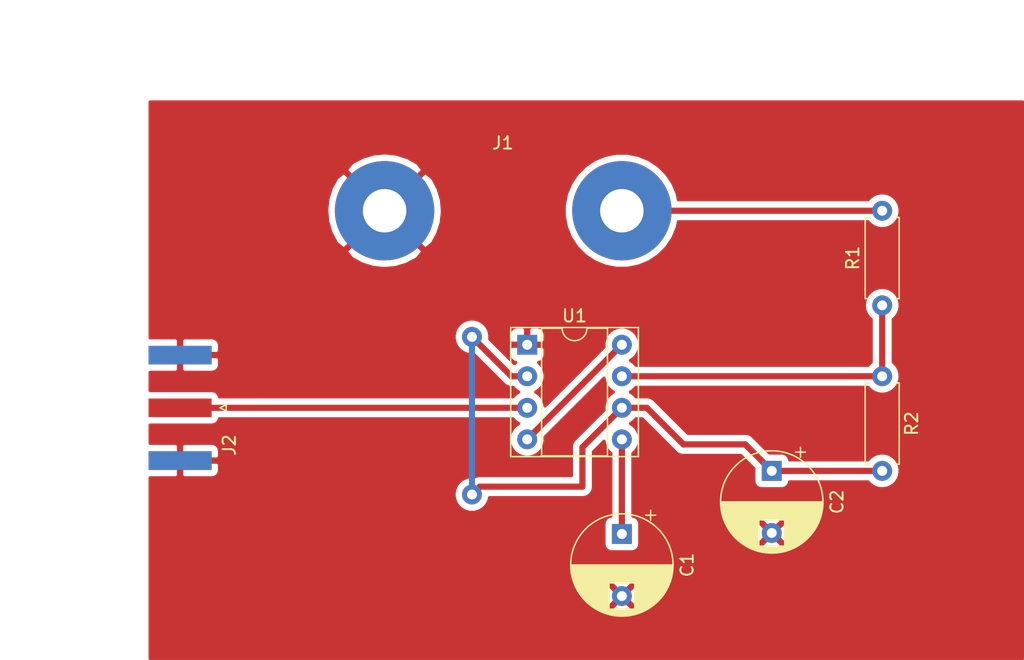
<source format=kicad_pcb>
(kicad_pcb (version 20171130) (host pcbnew 5.1.6-c6e7f7d~87~ubuntu18.04.1)

  (general
    (thickness 1.6)
    (drawings 0)
    (tracks 20)
    (zones 0)
    (modules 7)
    (nets 7)
  )

  (page A4)
  (layers
    (0 F.Cu signal)
    (31 B.Cu signal)
    (32 B.Adhes user hide)
    (33 F.Adhes user hide)
    (34 B.Paste user hide)
    (35 F.Paste user hide)
    (36 B.SilkS user hide)
    (37 F.SilkS user hide)
    (38 B.Mask user hide)
    (39 F.Mask user hide)
    (40 Dwgs.User user hide)
    (41 Cmts.User user hide)
    (42 Eco1.User user hide)
    (43 Eco2.User user hide)
    (44 Edge.Cuts user hide)
    (45 Margin user hide)
    (46 B.CrtYd user)
    (47 F.CrtYd user)
    (48 B.Fab user)
    (49 F.Fab user)
  )

  (setup
    (last_trace_width 0.5)
    (user_trace_width 0.3)
    (user_trace_width 0.5)
    (trace_clearance 0.2)
    (zone_clearance 0.508)
    (zone_45_only no)
    (trace_min 0.2)
    (via_size 0.8)
    (via_drill 0.4)
    (via_min_size 0.4)
    (via_min_drill 0.3)
    (uvia_size 0.3)
    (uvia_drill 0.1)
    (uvias_allowed no)
    (uvia_min_size 0.2)
    (uvia_min_drill 0.1)
    (edge_width 0.1)
    (segment_width 0.2)
    (pcb_text_width 0.3)
    (pcb_text_size 1.5 1.5)
    (mod_edge_width 0.15)
    (mod_text_size 1 1)
    (mod_text_width 0.15)
    (pad_size 1.524 1.524)
    (pad_drill 0.762)
    (pad_to_mask_clearance 0)
    (aux_axis_origin 0 0)
    (grid_origin 12.7 12.7)
    (visible_elements FFFFFF7F)
    (pcbplotparams
      (layerselection 0x00000_7fffffff)
      (usegerberextensions false)
      (usegerberattributes true)
      (usegerberadvancedattributes true)
      (creategerberjobfile true)
      (excludeedgelayer true)
      (linewidth 0.100000)
      (plotframeref false)
      (viasonmask false)
      (mode 1)
      (useauxorigin false)
      (hpglpennumber 1)
      (hpglpenspeed 20)
      (hpglpendiameter 15.000000)
      (psnegative false)
      (psa4output false)
      (plotreference true)
      (plotvalue true)
      (plotinvisibletext false)
      (padsonsilk false)
      (subtractmaskfromsilk false)
      (outputformat 1)
      (mirror false)
      (drillshape 0)
      (scaleselection 1)
      (outputdirectory ""))
  )

  (net 0 "")
  (net 1 GND)
  (net 2 "Net-(C1-Pad1)")
  (net 3 "Net-(C2-Pad1)")
  (net 4 +10V)
  (net 5 "Net-(J2-Pad1)")
  (net 6 "Net-(R1-Pad1)")

  (net_class Default "This is the default net class."
    (clearance 0.2)
    (trace_width 0.25)
    (via_dia 0.8)
    (via_drill 0.4)
    (uvia_dia 0.3)
    (uvia_drill 0.1)
    (add_net +10V)
    (add_net GND)
    (add_net "Net-(C1-Pad1)")
    (add_net "Net-(C2-Pad1)")
    (add_net "Net-(J2-Pad1)")
    (add_net "Net-(R1-Pad1)")
  )

  (module Package_DIP:DIP-8_W7.62mm_Socket (layer F.Cu) (tedit 5A02E8C5) (tstamp 600E47DA)
    (at 43.18 32.385)
    (descr "8-lead though-hole mounted DIP package, row spacing 7.62 mm (300 mils), Socket")
    (tags "THT DIP DIL PDIP 2.54mm 7.62mm 300mil Socket")
    (path /60039AF5)
    (fp_text reference U1 (at 3.81 -2.33) (layer F.SilkS)
      (effects (font (size 1 1) (thickness 0.15)))
    )
    (fp_text value NE555P (at 3.81 9.95) (layer F.Fab)
      (effects (font (size 1 1) (thickness 0.15)))
    )
    (fp_line (start 1.635 -1.27) (end 6.985 -1.27) (layer F.Fab) (width 0.1))
    (fp_line (start 6.985 -1.27) (end 6.985 8.89) (layer F.Fab) (width 0.1))
    (fp_line (start 6.985 8.89) (end 0.635 8.89) (layer F.Fab) (width 0.1))
    (fp_line (start 0.635 8.89) (end 0.635 -0.27) (layer F.Fab) (width 0.1))
    (fp_line (start 0.635 -0.27) (end 1.635 -1.27) (layer F.Fab) (width 0.1))
    (fp_line (start -1.27 -1.33) (end -1.27 8.95) (layer F.Fab) (width 0.1))
    (fp_line (start -1.27 8.95) (end 8.89 8.95) (layer F.Fab) (width 0.1))
    (fp_line (start 8.89 8.95) (end 8.89 -1.33) (layer F.Fab) (width 0.1))
    (fp_line (start 8.89 -1.33) (end -1.27 -1.33) (layer F.Fab) (width 0.1))
    (fp_line (start 2.81 -1.33) (end 1.16 -1.33) (layer F.SilkS) (width 0.12))
    (fp_line (start 1.16 -1.33) (end 1.16 8.95) (layer F.SilkS) (width 0.12))
    (fp_line (start 1.16 8.95) (end 6.46 8.95) (layer F.SilkS) (width 0.12))
    (fp_line (start 6.46 8.95) (end 6.46 -1.33) (layer F.SilkS) (width 0.12))
    (fp_line (start 6.46 -1.33) (end 4.81 -1.33) (layer F.SilkS) (width 0.12))
    (fp_line (start -1.33 -1.39) (end -1.33 9.01) (layer F.SilkS) (width 0.12))
    (fp_line (start -1.33 9.01) (end 8.95 9.01) (layer F.SilkS) (width 0.12))
    (fp_line (start 8.95 9.01) (end 8.95 -1.39) (layer F.SilkS) (width 0.12))
    (fp_line (start 8.95 -1.39) (end -1.33 -1.39) (layer F.SilkS) (width 0.12))
    (fp_line (start -1.55 -1.6) (end -1.55 9.2) (layer F.CrtYd) (width 0.05))
    (fp_line (start -1.55 9.2) (end 9.15 9.2) (layer F.CrtYd) (width 0.05))
    (fp_line (start 9.15 9.2) (end 9.15 -1.6) (layer F.CrtYd) (width 0.05))
    (fp_line (start 9.15 -1.6) (end -1.55 -1.6) (layer F.CrtYd) (width 0.05))
    (fp_text user %R (at 3.81 3.81) (layer F.Fab)
      (effects (font (size 1 1) (thickness 0.15)))
    )
    (fp_arc (start 3.81 -1.33) (end 2.81 -1.33) (angle -180) (layer F.SilkS) (width 0.12))
    (pad 8 thru_hole oval (at 7.62 0) (size 1.6 1.6) (drill 0.8) (layers *.Cu *.Mask)
      (net 4 +10V))
    (pad 4 thru_hole oval (at 0 7.62) (size 1.6 1.6) (drill 0.8) (layers *.Cu *.Mask)
      (net 4 +10V))
    (pad 7 thru_hole oval (at 7.62 2.54) (size 1.6 1.6) (drill 0.8) (layers *.Cu *.Mask)
      (net 6 "Net-(R1-Pad1)"))
    (pad 3 thru_hole oval (at 0 5.08) (size 1.6 1.6) (drill 0.8) (layers *.Cu *.Mask)
      (net 5 "Net-(J2-Pad1)"))
    (pad 6 thru_hole oval (at 7.62 5.08) (size 1.6 1.6) (drill 0.8) (layers *.Cu *.Mask)
      (net 3 "Net-(C2-Pad1)"))
    (pad 2 thru_hole oval (at 0 2.54) (size 1.6 1.6) (drill 0.8) (layers *.Cu *.Mask)
      (net 3 "Net-(C2-Pad1)"))
    (pad 5 thru_hole oval (at 7.62 7.62) (size 1.6 1.6) (drill 0.8) (layers *.Cu *.Mask)
      (net 2 "Net-(C1-Pad1)"))
    (pad 1 thru_hole rect (at 0 0) (size 1.6 1.6) (drill 0.8) (layers *.Cu *.Mask)
      (net 1 GND))
    (model ${KISYS3DMOD}/Package_DIP.3dshapes/DIP-8_W7.62mm_Socket.wrl
      (at (xyz 0 0 0))
      (scale (xyz 1 1 1))
      (rotate (xyz 0 0 0))
    )
  )

  (module Resistor_THT:R_Axial_DIN0207_L6.3mm_D2.5mm_P7.62mm_Horizontal (layer F.Cu) (tedit 5AE5139B) (tstamp 600E47B6)
    (at 71.755 34.925 270)
    (descr "Resistor, Axial_DIN0207 series, Axial, Horizontal, pin pitch=7.62mm, 0.25W = 1/4W, length*diameter=6.3*2.5mm^2, http://cdn-reichelt.de/documents/datenblatt/B400/1_4W%23YAG.pdf")
    (tags "Resistor Axial_DIN0207 series Axial Horizontal pin pitch 7.62mm 0.25W = 1/4W length 6.3mm diameter 2.5mm")
    (path /60053E1A)
    (fp_text reference R2 (at 3.81 -2.37 90) (layer F.SilkS)
      (effects (font (size 1 1) (thickness 0.15)))
    )
    (fp_text value 1k (at 3.81 2.37 90) (layer F.Fab)
      (effects (font (size 1 1) (thickness 0.15)))
    )
    (fp_line (start 0.66 -1.25) (end 0.66 1.25) (layer F.Fab) (width 0.1))
    (fp_line (start 0.66 1.25) (end 6.96 1.25) (layer F.Fab) (width 0.1))
    (fp_line (start 6.96 1.25) (end 6.96 -1.25) (layer F.Fab) (width 0.1))
    (fp_line (start 6.96 -1.25) (end 0.66 -1.25) (layer F.Fab) (width 0.1))
    (fp_line (start 0 0) (end 0.66 0) (layer F.Fab) (width 0.1))
    (fp_line (start 7.62 0) (end 6.96 0) (layer F.Fab) (width 0.1))
    (fp_line (start 0.54 -1.04) (end 0.54 -1.37) (layer F.SilkS) (width 0.12))
    (fp_line (start 0.54 -1.37) (end 7.08 -1.37) (layer F.SilkS) (width 0.12))
    (fp_line (start 7.08 -1.37) (end 7.08 -1.04) (layer F.SilkS) (width 0.12))
    (fp_line (start 0.54 1.04) (end 0.54 1.37) (layer F.SilkS) (width 0.12))
    (fp_line (start 0.54 1.37) (end 7.08 1.37) (layer F.SilkS) (width 0.12))
    (fp_line (start 7.08 1.37) (end 7.08 1.04) (layer F.SilkS) (width 0.12))
    (fp_line (start -1.05 -1.5) (end -1.05 1.5) (layer F.CrtYd) (width 0.05))
    (fp_line (start -1.05 1.5) (end 8.67 1.5) (layer F.CrtYd) (width 0.05))
    (fp_line (start 8.67 1.5) (end 8.67 -1.5) (layer F.CrtYd) (width 0.05))
    (fp_line (start 8.67 -1.5) (end -1.05 -1.5) (layer F.CrtYd) (width 0.05))
    (fp_text user %R (at 3.81 0) (layer F.Fab)
      (effects (font (size 1 1) (thickness 0.15)))
    )
    (pad 2 thru_hole oval (at 7.62 0 270) (size 1.6 1.6) (drill 0.8) (layers *.Cu *.Mask)
      (net 3 "Net-(C2-Pad1)"))
    (pad 1 thru_hole circle (at 0 0 270) (size 1.6 1.6) (drill 0.8) (layers *.Cu *.Mask)
      (net 6 "Net-(R1-Pad1)"))
    (model ${KISYS3DMOD}/Resistor_THT.3dshapes/R_Axial_DIN0207_L6.3mm_D2.5mm_P7.62mm_Horizontal.wrl
      (at (xyz 0 0 0))
      (scale (xyz 1 1 1))
      (rotate (xyz 0 0 0))
    )
  )

  (module Resistor_THT:R_Axial_DIN0207_L6.3mm_D2.5mm_P7.62mm_Horizontal (layer F.Cu) (tedit 5AE5139B) (tstamp 600E479F)
    (at 71.755 29.21 90)
    (descr "Resistor, Axial_DIN0207 series, Axial, Horizontal, pin pitch=7.62mm, 0.25W = 1/4W, length*diameter=6.3*2.5mm^2, http://cdn-reichelt.de/documents/datenblatt/B400/1_4W%23YAG.pdf")
    (tags "Resistor Axial_DIN0207 series Axial Horizontal pin pitch 7.62mm 0.25W = 1/4W length 6.3mm diameter 2.5mm")
    (path /6004BC21)
    (fp_text reference R1 (at 3.81 -2.37 90) (layer F.SilkS)
      (effects (font (size 1 1) (thickness 0.15)))
    )
    (fp_text value 10k (at 3.81 2.37 90) (layer F.Fab)
      (effects (font (size 1 1) (thickness 0.15)))
    )
    (fp_line (start 0.66 -1.25) (end 0.66 1.25) (layer F.Fab) (width 0.1))
    (fp_line (start 0.66 1.25) (end 6.96 1.25) (layer F.Fab) (width 0.1))
    (fp_line (start 6.96 1.25) (end 6.96 -1.25) (layer F.Fab) (width 0.1))
    (fp_line (start 6.96 -1.25) (end 0.66 -1.25) (layer F.Fab) (width 0.1))
    (fp_line (start 0 0) (end 0.66 0) (layer F.Fab) (width 0.1))
    (fp_line (start 7.62 0) (end 6.96 0) (layer F.Fab) (width 0.1))
    (fp_line (start 0.54 -1.04) (end 0.54 -1.37) (layer F.SilkS) (width 0.12))
    (fp_line (start 0.54 -1.37) (end 7.08 -1.37) (layer F.SilkS) (width 0.12))
    (fp_line (start 7.08 -1.37) (end 7.08 -1.04) (layer F.SilkS) (width 0.12))
    (fp_line (start 0.54 1.04) (end 0.54 1.37) (layer F.SilkS) (width 0.12))
    (fp_line (start 0.54 1.37) (end 7.08 1.37) (layer F.SilkS) (width 0.12))
    (fp_line (start 7.08 1.37) (end 7.08 1.04) (layer F.SilkS) (width 0.12))
    (fp_line (start -1.05 -1.5) (end -1.05 1.5) (layer F.CrtYd) (width 0.05))
    (fp_line (start -1.05 1.5) (end 8.67 1.5) (layer F.CrtYd) (width 0.05))
    (fp_line (start 8.67 1.5) (end 8.67 -1.5) (layer F.CrtYd) (width 0.05))
    (fp_line (start 8.67 -1.5) (end -1.05 -1.5) (layer F.CrtYd) (width 0.05))
    (fp_text user %R (at 23.495 1.27 90) (layer F.Fab)
      (effects (font (size 1 1) (thickness 0.15)))
    )
    (pad 2 thru_hole oval (at 7.62 0 90) (size 1.6 1.6) (drill 0.8) (layers *.Cu *.Mask)
      (net 4 +10V))
    (pad 1 thru_hole circle (at 0 0 90) (size 1.6 1.6) (drill 0.8) (layers *.Cu *.Mask)
      (net 6 "Net-(R1-Pad1)"))
    (model ${KISYS3DMOD}/Resistor_THT.3dshapes/R_Axial_DIN0207_L6.3mm_D2.5mm_P7.62mm_Horizontal.wrl
      (at (xyz 0 0 0))
      (scale (xyz 1 1 1))
      (rotate (xyz 0 0 0))
    )
  )

  (module Connector_Coaxial:SMA_Amphenol_132289_EdgeMount (layer F.Cu) (tedit 5A1C1810) (tstamp 600E4788)
    (at 15.24 37.465 180)
    (descr http://www.amphenolrf.com/132289.html)
    (tags SMA)
    (path /6003CFAA)
    (attr smd)
    (fp_text reference J2 (at -3.96 -3 90) (layer F.SilkS)
      (effects (font (size 1 1) (thickness 0.15)))
    )
    (fp_text value Conn_Coaxial (at 5 6) (layer F.Fab)
      (effects (font (size 1 1) (thickness 0.15)))
    )
    (fp_line (start -3.71 0.25) (end -3.21 0) (layer F.SilkS) (width 0.12))
    (fp_line (start -3.71 -0.25) (end -3.71 0.25) (layer F.SilkS) (width 0.12))
    (fp_line (start -3.21 0) (end -3.71 -0.25) (layer F.SilkS) (width 0.12))
    (fp_line (start 3.54 0) (end 2.54 0.75) (layer F.Fab) (width 0.1))
    (fp_line (start 2.54 -0.75) (end 3.54 0) (layer F.Fab) (width 0.1))
    (fp_line (start 14.47 -5.58) (end -3.04 -5.58) (layer F.CrtYd) (width 0.05))
    (fp_line (start 14.47 -5.58) (end 14.47 5.58) (layer F.CrtYd) (width 0.05))
    (fp_line (start 14.47 5.58) (end -3.04 5.58) (layer F.CrtYd) (width 0.05))
    (fp_line (start -3.04 5.58) (end -3.04 -5.58) (layer F.CrtYd) (width 0.05))
    (fp_line (start 14.47 -5.58) (end -3.04 -5.58) (layer B.CrtYd) (width 0.05))
    (fp_line (start 14.47 -5.58) (end 14.47 5.58) (layer B.CrtYd) (width 0.05))
    (fp_line (start 14.47 5.58) (end -3.04 5.58) (layer B.CrtYd) (width 0.05))
    (fp_line (start -3.04 5.58) (end -3.04 -5.58) (layer B.CrtYd) (width 0.05))
    (fp_line (start 4.445 -3.81) (end 13.97 -3.81) (layer F.Fab) (width 0.1))
    (fp_line (start 13.97 -3.81) (end 13.97 3.81) (layer F.Fab) (width 0.1))
    (fp_line (start 13.97 3.81) (end 4.445 3.81) (layer F.Fab) (width 0.1))
    (fp_line (start 4.445 5.08) (end 4.445 3.81) (layer F.Fab) (width 0.1))
    (fp_line (start 4.445 -3.81) (end 4.445 -5.08) (layer F.Fab) (width 0.1))
    (fp_line (start -1.91 -5.08) (end 4.445 -5.08) (layer F.Fab) (width 0.1))
    (fp_line (start -1.91 -5.08) (end -1.91 -3.81) (layer F.Fab) (width 0.1))
    (fp_line (start -1.91 -3.81) (end 2.54 -3.81) (layer F.Fab) (width 0.1))
    (fp_line (start 2.54 -3.81) (end 2.54 3.81) (layer F.Fab) (width 0.1))
    (fp_line (start 2.54 3.81) (end -1.91 3.81) (layer F.Fab) (width 0.1))
    (fp_line (start -1.91 3.81) (end -1.91 5.08) (layer F.Fab) (width 0.1))
    (fp_line (start -1.91 5.08) (end 4.445 5.08) (layer F.Fab) (width 0.1))
    (fp_text user %R (at 4.79 0 270) (layer F.Fab)
      (effects (font (size 1 1) (thickness 0.15)))
    )
    (pad 1 smd rect (at 0 0 270) (size 1.5 5.08) (layers F.Cu F.Paste F.Mask)
      (net 5 "Net-(J2-Pad1)"))
    (pad 2 smd rect (at 0 -4.25 270) (size 1.5 5.08) (layers F.Cu F.Paste F.Mask)
      (net 1 GND))
    (pad 2 smd rect (at 0 4.25 270) (size 1.5 5.08) (layers F.Cu F.Paste F.Mask)
      (net 1 GND))
    (pad 2 smd rect (at 0 -4.25 270) (size 1.5 5.08) (layers B.Cu B.Paste B.Mask)
      (net 1 GND))
    (pad 2 smd rect (at 0 4.25 270) (size 1.5 5.08) (layers B.Cu B.Paste B.Mask)
      (net 1 GND))
    (model ${KISYS3DMOD}/Connector_Coaxial.3dshapes/SMA_Amphenol_132289_EdgeMount.wrl
      (at (xyz 0 0 0))
      (scale (xyz 1 1 1))
      (rotate (xyz 0 0 0))
    )
  )

  (module 555-timer:2-port_banana_plug_block (layer F.Cu) (tedit 600DE857) (tstamp 600E4765)
    (at 41.25 21.59)
    (path /6003C42C)
    (fp_text reference J1 (at -0.0254 -5.461) (layer F.SilkS)
      (effects (font (size 1 1) (thickness 0.15)))
    )
    (fp_text value Screw_Terminal_01x02 (at 0.0254 -7.7216) (layer F.Fab)
      (effects (font (size 1 1) (thickness 0.15)))
    )
    (pad 2 thru_hole circle (at 9.55 0) (size 8 8) (drill 3.5) (layers *.Cu *.Mask)
      (net 4 +10V))
    (pad 1 thru_hole circle (at -9.55 0) (size 8 8) (drill 3.5) (layers *.Cu *.Mask)
      (net 1 GND))
  )

  (module Capacitor_THT:CP_Radial_D8.0mm_P5.00mm (layer F.Cu) (tedit 5AE50EF0) (tstamp 600E475F)
    (at 62.865 42.545 270)
    (descr "CP, Radial series, Radial, pin pitch=5.00mm, , diameter=8mm, Electrolytic Capacitor")
    (tags "CP Radial series Radial pin pitch 5.00mm  diameter 8mm Electrolytic Capacitor")
    (path /60054B73)
    (fp_text reference C2 (at 2.5 -5.25 90) (layer F.SilkS)
      (effects (font (size 1 1) (thickness 0.15)))
    )
    (fp_text value 0.1n (at 2.5 5.25 90) (layer F.Fab)
      (effects (font (size 1 1) (thickness 0.15)))
    )
    (fp_circle (center 2.5 0) (end 6.5 0) (layer F.Fab) (width 0.1))
    (fp_circle (center 2.5 0) (end 6.62 0) (layer F.SilkS) (width 0.12))
    (fp_circle (center 2.5 0) (end 6.75 0) (layer F.CrtYd) (width 0.05))
    (fp_line (start -0.926759 -1.7475) (end -0.126759 -1.7475) (layer F.Fab) (width 0.1))
    (fp_line (start -0.526759 -2.1475) (end -0.526759 -1.3475) (layer F.Fab) (width 0.1))
    (fp_line (start 2.5 -4.08) (end 2.5 4.08) (layer F.SilkS) (width 0.12))
    (fp_line (start 2.54 -4.08) (end 2.54 4.08) (layer F.SilkS) (width 0.12))
    (fp_line (start 2.58 -4.08) (end 2.58 4.08) (layer F.SilkS) (width 0.12))
    (fp_line (start 2.62 -4.079) (end 2.62 4.079) (layer F.SilkS) (width 0.12))
    (fp_line (start 2.66 -4.077) (end 2.66 4.077) (layer F.SilkS) (width 0.12))
    (fp_line (start 2.7 -4.076) (end 2.7 4.076) (layer F.SilkS) (width 0.12))
    (fp_line (start 2.74 -4.074) (end 2.74 4.074) (layer F.SilkS) (width 0.12))
    (fp_line (start 2.78 -4.071) (end 2.78 4.071) (layer F.SilkS) (width 0.12))
    (fp_line (start 2.82 -4.068) (end 2.82 4.068) (layer F.SilkS) (width 0.12))
    (fp_line (start 2.86 -4.065) (end 2.86 4.065) (layer F.SilkS) (width 0.12))
    (fp_line (start 2.9 -4.061) (end 2.9 4.061) (layer F.SilkS) (width 0.12))
    (fp_line (start 2.94 -4.057) (end 2.94 4.057) (layer F.SilkS) (width 0.12))
    (fp_line (start 2.98 -4.052) (end 2.98 4.052) (layer F.SilkS) (width 0.12))
    (fp_line (start 3.02 -4.048) (end 3.02 4.048) (layer F.SilkS) (width 0.12))
    (fp_line (start 3.06 -4.042) (end 3.06 4.042) (layer F.SilkS) (width 0.12))
    (fp_line (start 3.1 -4.037) (end 3.1 4.037) (layer F.SilkS) (width 0.12))
    (fp_line (start 3.14 -4.03) (end 3.14 4.03) (layer F.SilkS) (width 0.12))
    (fp_line (start 3.18 -4.024) (end 3.18 4.024) (layer F.SilkS) (width 0.12))
    (fp_line (start 3.221 -4.017) (end 3.221 4.017) (layer F.SilkS) (width 0.12))
    (fp_line (start 3.261 -4.01) (end 3.261 4.01) (layer F.SilkS) (width 0.12))
    (fp_line (start 3.301 -4.002) (end 3.301 4.002) (layer F.SilkS) (width 0.12))
    (fp_line (start 3.341 -3.994) (end 3.341 3.994) (layer F.SilkS) (width 0.12))
    (fp_line (start 3.381 -3.985) (end 3.381 3.985) (layer F.SilkS) (width 0.12))
    (fp_line (start 3.421 -3.976) (end 3.421 3.976) (layer F.SilkS) (width 0.12))
    (fp_line (start 3.461 -3.967) (end 3.461 3.967) (layer F.SilkS) (width 0.12))
    (fp_line (start 3.501 -3.957) (end 3.501 3.957) (layer F.SilkS) (width 0.12))
    (fp_line (start 3.541 -3.947) (end 3.541 3.947) (layer F.SilkS) (width 0.12))
    (fp_line (start 3.581 -3.936) (end 3.581 3.936) (layer F.SilkS) (width 0.12))
    (fp_line (start 3.621 -3.925) (end 3.621 3.925) (layer F.SilkS) (width 0.12))
    (fp_line (start 3.661 -3.914) (end 3.661 3.914) (layer F.SilkS) (width 0.12))
    (fp_line (start 3.701 -3.902) (end 3.701 3.902) (layer F.SilkS) (width 0.12))
    (fp_line (start 3.741 -3.889) (end 3.741 3.889) (layer F.SilkS) (width 0.12))
    (fp_line (start 3.781 -3.877) (end 3.781 3.877) (layer F.SilkS) (width 0.12))
    (fp_line (start 3.821 -3.863) (end 3.821 3.863) (layer F.SilkS) (width 0.12))
    (fp_line (start 3.861 -3.85) (end 3.861 3.85) (layer F.SilkS) (width 0.12))
    (fp_line (start 3.901 -3.835) (end 3.901 3.835) (layer F.SilkS) (width 0.12))
    (fp_line (start 3.941 -3.821) (end 3.941 3.821) (layer F.SilkS) (width 0.12))
    (fp_line (start 3.981 -3.805) (end 3.981 -1.04) (layer F.SilkS) (width 0.12))
    (fp_line (start 3.981 1.04) (end 3.981 3.805) (layer F.SilkS) (width 0.12))
    (fp_line (start 4.021 -3.79) (end 4.021 -1.04) (layer F.SilkS) (width 0.12))
    (fp_line (start 4.021 1.04) (end 4.021 3.79) (layer F.SilkS) (width 0.12))
    (fp_line (start 4.061 -3.774) (end 4.061 -1.04) (layer F.SilkS) (width 0.12))
    (fp_line (start 4.061 1.04) (end 4.061 3.774) (layer F.SilkS) (width 0.12))
    (fp_line (start 4.101 -3.757) (end 4.101 -1.04) (layer F.SilkS) (width 0.12))
    (fp_line (start 4.101 1.04) (end 4.101 3.757) (layer F.SilkS) (width 0.12))
    (fp_line (start 4.141 -3.74) (end 4.141 -1.04) (layer F.SilkS) (width 0.12))
    (fp_line (start 4.141 1.04) (end 4.141 3.74) (layer F.SilkS) (width 0.12))
    (fp_line (start 4.181 -3.722) (end 4.181 -1.04) (layer F.SilkS) (width 0.12))
    (fp_line (start 4.181 1.04) (end 4.181 3.722) (layer F.SilkS) (width 0.12))
    (fp_line (start 4.221 -3.704) (end 4.221 -1.04) (layer F.SilkS) (width 0.12))
    (fp_line (start 4.221 1.04) (end 4.221 3.704) (layer F.SilkS) (width 0.12))
    (fp_line (start 4.261 -3.686) (end 4.261 -1.04) (layer F.SilkS) (width 0.12))
    (fp_line (start 4.261 1.04) (end 4.261 3.686) (layer F.SilkS) (width 0.12))
    (fp_line (start 4.301 -3.666) (end 4.301 -1.04) (layer F.SilkS) (width 0.12))
    (fp_line (start 4.301 1.04) (end 4.301 3.666) (layer F.SilkS) (width 0.12))
    (fp_line (start 4.341 -3.647) (end 4.341 -1.04) (layer F.SilkS) (width 0.12))
    (fp_line (start 4.341 1.04) (end 4.341 3.647) (layer F.SilkS) (width 0.12))
    (fp_line (start 4.381 -3.627) (end 4.381 -1.04) (layer F.SilkS) (width 0.12))
    (fp_line (start 4.381 1.04) (end 4.381 3.627) (layer F.SilkS) (width 0.12))
    (fp_line (start 4.421 -3.606) (end 4.421 -1.04) (layer F.SilkS) (width 0.12))
    (fp_line (start 4.421 1.04) (end 4.421 3.606) (layer F.SilkS) (width 0.12))
    (fp_line (start 4.461 -3.584) (end 4.461 -1.04) (layer F.SilkS) (width 0.12))
    (fp_line (start 4.461 1.04) (end 4.461 3.584) (layer F.SilkS) (width 0.12))
    (fp_line (start 4.501 -3.562) (end 4.501 -1.04) (layer F.SilkS) (width 0.12))
    (fp_line (start 4.501 1.04) (end 4.501 3.562) (layer F.SilkS) (width 0.12))
    (fp_line (start 4.541 -3.54) (end 4.541 -1.04) (layer F.SilkS) (width 0.12))
    (fp_line (start 4.541 1.04) (end 4.541 3.54) (layer F.SilkS) (width 0.12))
    (fp_line (start 4.581 -3.517) (end 4.581 -1.04) (layer F.SilkS) (width 0.12))
    (fp_line (start 4.581 1.04) (end 4.581 3.517) (layer F.SilkS) (width 0.12))
    (fp_line (start 4.621 -3.493) (end 4.621 -1.04) (layer F.SilkS) (width 0.12))
    (fp_line (start 4.621 1.04) (end 4.621 3.493) (layer F.SilkS) (width 0.12))
    (fp_line (start 4.661 -3.469) (end 4.661 -1.04) (layer F.SilkS) (width 0.12))
    (fp_line (start 4.661 1.04) (end 4.661 3.469) (layer F.SilkS) (width 0.12))
    (fp_line (start 4.701 -3.444) (end 4.701 -1.04) (layer F.SilkS) (width 0.12))
    (fp_line (start 4.701 1.04) (end 4.701 3.444) (layer F.SilkS) (width 0.12))
    (fp_line (start 4.741 -3.418) (end 4.741 -1.04) (layer F.SilkS) (width 0.12))
    (fp_line (start 4.741 1.04) (end 4.741 3.418) (layer F.SilkS) (width 0.12))
    (fp_line (start 4.781 -3.392) (end 4.781 -1.04) (layer F.SilkS) (width 0.12))
    (fp_line (start 4.781 1.04) (end 4.781 3.392) (layer F.SilkS) (width 0.12))
    (fp_line (start 4.821 -3.365) (end 4.821 -1.04) (layer F.SilkS) (width 0.12))
    (fp_line (start 4.821 1.04) (end 4.821 3.365) (layer F.SilkS) (width 0.12))
    (fp_line (start 4.861 -3.338) (end 4.861 -1.04) (layer F.SilkS) (width 0.12))
    (fp_line (start 4.861 1.04) (end 4.861 3.338) (layer F.SilkS) (width 0.12))
    (fp_line (start 4.901 -3.309) (end 4.901 -1.04) (layer F.SilkS) (width 0.12))
    (fp_line (start 4.901 1.04) (end 4.901 3.309) (layer F.SilkS) (width 0.12))
    (fp_line (start 4.941 -3.28) (end 4.941 -1.04) (layer F.SilkS) (width 0.12))
    (fp_line (start 4.941 1.04) (end 4.941 3.28) (layer F.SilkS) (width 0.12))
    (fp_line (start 4.981 -3.25) (end 4.981 -1.04) (layer F.SilkS) (width 0.12))
    (fp_line (start 4.981 1.04) (end 4.981 3.25) (layer F.SilkS) (width 0.12))
    (fp_line (start 5.021 -3.22) (end 5.021 -1.04) (layer F.SilkS) (width 0.12))
    (fp_line (start 5.021 1.04) (end 5.021 3.22) (layer F.SilkS) (width 0.12))
    (fp_line (start 5.061 -3.189) (end 5.061 -1.04) (layer F.SilkS) (width 0.12))
    (fp_line (start 5.061 1.04) (end 5.061 3.189) (layer F.SilkS) (width 0.12))
    (fp_line (start 5.101 -3.156) (end 5.101 -1.04) (layer F.SilkS) (width 0.12))
    (fp_line (start 5.101 1.04) (end 5.101 3.156) (layer F.SilkS) (width 0.12))
    (fp_line (start 5.141 -3.124) (end 5.141 -1.04) (layer F.SilkS) (width 0.12))
    (fp_line (start 5.141 1.04) (end 5.141 3.124) (layer F.SilkS) (width 0.12))
    (fp_line (start 5.181 -3.09) (end 5.181 -1.04) (layer F.SilkS) (width 0.12))
    (fp_line (start 5.181 1.04) (end 5.181 3.09) (layer F.SilkS) (width 0.12))
    (fp_line (start 5.221 -3.055) (end 5.221 -1.04) (layer F.SilkS) (width 0.12))
    (fp_line (start 5.221 1.04) (end 5.221 3.055) (layer F.SilkS) (width 0.12))
    (fp_line (start 5.261 -3.019) (end 5.261 -1.04) (layer F.SilkS) (width 0.12))
    (fp_line (start 5.261 1.04) (end 5.261 3.019) (layer F.SilkS) (width 0.12))
    (fp_line (start 5.301 -2.983) (end 5.301 -1.04) (layer F.SilkS) (width 0.12))
    (fp_line (start 5.301 1.04) (end 5.301 2.983) (layer F.SilkS) (width 0.12))
    (fp_line (start 5.341 -2.945) (end 5.341 -1.04) (layer F.SilkS) (width 0.12))
    (fp_line (start 5.341 1.04) (end 5.341 2.945) (layer F.SilkS) (width 0.12))
    (fp_line (start 5.381 -2.907) (end 5.381 -1.04) (layer F.SilkS) (width 0.12))
    (fp_line (start 5.381 1.04) (end 5.381 2.907) (layer F.SilkS) (width 0.12))
    (fp_line (start 5.421 -2.867) (end 5.421 -1.04) (layer F.SilkS) (width 0.12))
    (fp_line (start 5.421 1.04) (end 5.421 2.867) (layer F.SilkS) (width 0.12))
    (fp_line (start 5.461 -2.826) (end 5.461 -1.04) (layer F.SilkS) (width 0.12))
    (fp_line (start 5.461 1.04) (end 5.461 2.826) (layer F.SilkS) (width 0.12))
    (fp_line (start 5.501 -2.784) (end 5.501 -1.04) (layer F.SilkS) (width 0.12))
    (fp_line (start 5.501 1.04) (end 5.501 2.784) (layer F.SilkS) (width 0.12))
    (fp_line (start 5.541 -2.741) (end 5.541 -1.04) (layer F.SilkS) (width 0.12))
    (fp_line (start 5.541 1.04) (end 5.541 2.741) (layer F.SilkS) (width 0.12))
    (fp_line (start 5.581 -2.697) (end 5.581 -1.04) (layer F.SilkS) (width 0.12))
    (fp_line (start 5.581 1.04) (end 5.581 2.697) (layer F.SilkS) (width 0.12))
    (fp_line (start 5.621 -2.651) (end 5.621 -1.04) (layer F.SilkS) (width 0.12))
    (fp_line (start 5.621 1.04) (end 5.621 2.651) (layer F.SilkS) (width 0.12))
    (fp_line (start 5.661 -2.604) (end 5.661 -1.04) (layer F.SilkS) (width 0.12))
    (fp_line (start 5.661 1.04) (end 5.661 2.604) (layer F.SilkS) (width 0.12))
    (fp_line (start 5.701 -2.556) (end 5.701 -1.04) (layer F.SilkS) (width 0.12))
    (fp_line (start 5.701 1.04) (end 5.701 2.556) (layer F.SilkS) (width 0.12))
    (fp_line (start 5.741 -2.505) (end 5.741 -1.04) (layer F.SilkS) (width 0.12))
    (fp_line (start 5.741 1.04) (end 5.741 2.505) (layer F.SilkS) (width 0.12))
    (fp_line (start 5.781 -2.454) (end 5.781 -1.04) (layer F.SilkS) (width 0.12))
    (fp_line (start 5.781 1.04) (end 5.781 2.454) (layer F.SilkS) (width 0.12))
    (fp_line (start 5.821 -2.4) (end 5.821 -1.04) (layer F.SilkS) (width 0.12))
    (fp_line (start 5.821 1.04) (end 5.821 2.4) (layer F.SilkS) (width 0.12))
    (fp_line (start 5.861 -2.345) (end 5.861 -1.04) (layer F.SilkS) (width 0.12))
    (fp_line (start 5.861 1.04) (end 5.861 2.345) (layer F.SilkS) (width 0.12))
    (fp_line (start 5.901 -2.287) (end 5.901 -1.04) (layer F.SilkS) (width 0.12))
    (fp_line (start 5.901 1.04) (end 5.901 2.287) (layer F.SilkS) (width 0.12))
    (fp_line (start 5.941 -2.228) (end 5.941 -1.04) (layer F.SilkS) (width 0.12))
    (fp_line (start 5.941 1.04) (end 5.941 2.228) (layer F.SilkS) (width 0.12))
    (fp_line (start 5.981 -2.166) (end 5.981 -1.04) (layer F.SilkS) (width 0.12))
    (fp_line (start 5.981 1.04) (end 5.981 2.166) (layer F.SilkS) (width 0.12))
    (fp_line (start 6.021 -2.102) (end 6.021 -1.04) (layer F.SilkS) (width 0.12))
    (fp_line (start 6.021 1.04) (end 6.021 2.102) (layer F.SilkS) (width 0.12))
    (fp_line (start 6.061 -2.034) (end 6.061 2.034) (layer F.SilkS) (width 0.12))
    (fp_line (start 6.101 -1.964) (end 6.101 1.964) (layer F.SilkS) (width 0.12))
    (fp_line (start 6.141 -1.89) (end 6.141 1.89) (layer F.SilkS) (width 0.12))
    (fp_line (start 6.181 -1.813) (end 6.181 1.813) (layer F.SilkS) (width 0.12))
    (fp_line (start 6.221 -1.731) (end 6.221 1.731) (layer F.SilkS) (width 0.12))
    (fp_line (start 6.261 -1.645) (end 6.261 1.645) (layer F.SilkS) (width 0.12))
    (fp_line (start 6.301 -1.552) (end 6.301 1.552) (layer F.SilkS) (width 0.12))
    (fp_line (start 6.341 -1.453) (end 6.341 1.453) (layer F.SilkS) (width 0.12))
    (fp_line (start 6.381 -1.346) (end 6.381 1.346) (layer F.SilkS) (width 0.12))
    (fp_line (start 6.421 -1.229) (end 6.421 1.229) (layer F.SilkS) (width 0.12))
    (fp_line (start 6.461 -1.098) (end 6.461 1.098) (layer F.SilkS) (width 0.12))
    (fp_line (start 6.501 -0.948) (end 6.501 0.948) (layer F.SilkS) (width 0.12))
    (fp_line (start 6.541 -0.768) (end 6.541 0.768) (layer F.SilkS) (width 0.12))
    (fp_line (start 6.581 -0.533) (end 6.581 0.533) (layer F.SilkS) (width 0.12))
    (fp_line (start -1.909698 -2.315) (end -1.109698 -2.315) (layer F.SilkS) (width 0.12))
    (fp_line (start -1.509698 -2.715) (end -1.509698 -1.915) (layer F.SilkS) (width 0.12))
    (fp_text user %R (at 2.5 0 90) (layer F.Fab)
      (effects (font (size 1 1) (thickness 0.15)))
    )
    (pad 2 thru_hole circle (at 5 0 270) (size 1.6 1.6) (drill 0.8) (layers *.Cu *.Mask)
      (net 1 GND))
    (pad 1 thru_hole rect (at 0 0 270) (size 1.6 1.6) (drill 0.8) (layers *.Cu *.Mask)
      (net 3 "Net-(C2-Pad1)"))
    (model ${KISYS3DMOD}/Capacitor_THT.3dshapes/CP_Radial_D8.0mm_P5.00mm.wrl
      (at (xyz 0 0 0))
      (scale (xyz 1 1 1))
      (rotate (xyz 0 0 0))
    )
  )

  (module Capacitor_THT:CP_Radial_D8.0mm_P5.00mm (layer F.Cu) (tedit 5AE50EF0) (tstamp 600E46B6)
    (at 50.8 47.625 270)
    (descr "CP, Radial series, Radial, pin pitch=5.00mm, , diameter=8mm, Electrolytic Capacitor")
    (tags "CP Radial series Radial pin pitch 5.00mm  diameter 8mm Electrolytic Capacitor")
    (path /600562B6)
    (fp_text reference C1 (at 2.5 -5.25 90) (layer F.SilkS)
      (effects (font (size 1 1) (thickness 0.15)))
    )
    (fp_text value 200p (at 2.5 5.25 90) (layer F.Fab)
      (effects (font (size 1 1) (thickness 0.15)))
    )
    (fp_circle (center 2.5 0) (end 6.5 0) (layer F.Fab) (width 0.1))
    (fp_circle (center 2.5 0) (end 6.62 0) (layer F.SilkS) (width 0.12))
    (fp_circle (center 2.5 0) (end 6.75 0) (layer F.CrtYd) (width 0.05))
    (fp_line (start -0.926759 -1.7475) (end -0.126759 -1.7475) (layer F.Fab) (width 0.1))
    (fp_line (start -0.526759 -2.1475) (end -0.526759 -1.3475) (layer F.Fab) (width 0.1))
    (fp_line (start 2.5 -4.08) (end 2.5 4.08) (layer F.SilkS) (width 0.12))
    (fp_line (start 2.54 -4.08) (end 2.54 4.08) (layer F.SilkS) (width 0.12))
    (fp_line (start 2.58 -4.08) (end 2.58 4.08) (layer F.SilkS) (width 0.12))
    (fp_line (start 2.62 -4.079) (end 2.62 4.079) (layer F.SilkS) (width 0.12))
    (fp_line (start 2.66 -4.077) (end 2.66 4.077) (layer F.SilkS) (width 0.12))
    (fp_line (start 2.7 -4.076) (end 2.7 4.076) (layer F.SilkS) (width 0.12))
    (fp_line (start 2.74 -4.074) (end 2.74 4.074) (layer F.SilkS) (width 0.12))
    (fp_line (start 2.78 -4.071) (end 2.78 4.071) (layer F.SilkS) (width 0.12))
    (fp_line (start 2.82 -4.068) (end 2.82 4.068) (layer F.SilkS) (width 0.12))
    (fp_line (start 2.86 -4.065) (end 2.86 4.065) (layer F.SilkS) (width 0.12))
    (fp_line (start 2.9 -4.061) (end 2.9 4.061) (layer F.SilkS) (width 0.12))
    (fp_line (start 2.94 -4.057) (end 2.94 4.057) (layer F.SilkS) (width 0.12))
    (fp_line (start 2.98 -4.052) (end 2.98 4.052) (layer F.SilkS) (width 0.12))
    (fp_line (start 3.02 -4.048) (end 3.02 4.048) (layer F.SilkS) (width 0.12))
    (fp_line (start 3.06 -4.042) (end 3.06 4.042) (layer F.SilkS) (width 0.12))
    (fp_line (start 3.1 -4.037) (end 3.1 4.037) (layer F.SilkS) (width 0.12))
    (fp_line (start 3.14 -4.03) (end 3.14 4.03) (layer F.SilkS) (width 0.12))
    (fp_line (start 3.18 -4.024) (end 3.18 4.024) (layer F.SilkS) (width 0.12))
    (fp_line (start 3.221 -4.017) (end 3.221 4.017) (layer F.SilkS) (width 0.12))
    (fp_line (start 3.261 -4.01) (end 3.261 4.01) (layer F.SilkS) (width 0.12))
    (fp_line (start 3.301 -4.002) (end 3.301 4.002) (layer F.SilkS) (width 0.12))
    (fp_line (start 3.341 -3.994) (end 3.341 3.994) (layer F.SilkS) (width 0.12))
    (fp_line (start 3.381 -3.985) (end 3.381 3.985) (layer F.SilkS) (width 0.12))
    (fp_line (start 3.421 -3.976) (end 3.421 3.976) (layer F.SilkS) (width 0.12))
    (fp_line (start 3.461 -3.967) (end 3.461 3.967) (layer F.SilkS) (width 0.12))
    (fp_line (start 3.501 -3.957) (end 3.501 3.957) (layer F.SilkS) (width 0.12))
    (fp_line (start 3.541 -3.947) (end 3.541 3.947) (layer F.SilkS) (width 0.12))
    (fp_line (start 3.581 -3.936) (end 3.581 3.936) (layer F.SilkS) (width 0.12))
    (fp_line (start 3.621 -3.925) (end 3.621 3.925) (layer F.SilkS) (width 0.12))
    (fp_line (start 3.661 -3.914) (end 3.661 3.914) (layer F.SilkS) (width 0.12))
    (fp_line (start 3.701 -3.902) (end 3.701 3.902) (layer F.SilkS) (width 0.12))
    (fp_line (start 3.741 -3.889) (end 3.741 3.889) (layer F.SilkS) (width 0.12))
    (fp_line (start 3.781 -3.877) (end 3.781 3.877) (layer F.SilkS) (width 0.12))
    (fp_line (start 3.821 -3.863) (end 3.821 3.863) (layer F.SilkS) (width 0.12))
    (fp_line (start 3.861 -3.85) (end 3.861 3.85) (layer F.SilkS) (width 0.12))
    (fp_line (start 3.901 -3.835) (end 3.901 3.835) (layer F.SilkS) (width 0.12))
    (fp_line (start 3.941 -3.821) (end 3.941 3.821) (layer F.SilkS) (width 0.12))
    (fp_line (start 3.981 -3.805) (end 3.981 -1.04) (layer F.SilkS) (width 0.12))
    (fp_line (start 3.981 1.04) (end 3.981 3.805) (layer F.SilkS) (width 0.12))
    (fp_line (start 4.021 -3.79) (end 4.021 -1.04) (layer F.SilkS) (width 0.12))
    (fp_line (start 4.021 1.04) (end 4.021 3.79) (layer F.SilkS) (width 0.12))
    (fp_line (start 4.061 -3.774) (end 4.061 -1.04) (layer F.SilkS) (width 0.12))
    (fp_line (start 4.061 1.04) (end 4.061 3.774) (layer F.SilkS) (width 0.12))
    (fp_line (start 4.101 -3.757) (end 4.101 -1.04) (layer F.SilkS) (width 0.12))
    (fp_line (start 4.101 1.04) (end 4.101 3.757) (layer F.SilkS) (width 0.12))
    (fp_line (start 4.141 -3.74) (end 4.141 -1.04) (layer F.SilkS) (width 0.12))
    (fp_line (start 4.141 1.04) (end 4.141 3.74) (layer F.SilkS) (width 0.12))
    (fp_line (start 4.181 -3.722) (end 4.181 -1.04) (layer F.SilkS) (width 0.12))
    (fp_line (start 4.181 1.04) (end 4.181 3.722) (layer F.SilkS) (width 0.12))
    (fp_line (start 4.221 -3.704) (end 4.221 -1.04) (layer F.SilkS) (width 0.12))
    (fp_line (start 4.221 1.04) (end 4.221 3.704) (layer F.SilkS) (width 0.12))
    (fp_line (start 4.261 -3.686) (end 4.261 -1.04) (layer F.SilkS) (width 0.12))
    (fp_line (start 4.261 1.04) (end 4.261 3.686) (layer F.SilkS) (width 0.12))
    (fp_line (start 4.301 -3.666) (end 4.301 -1.04) (layer F.SilkS) (width 0.12))
    (fp_line (start 4.301 1.04) (end 4.301 3.666) (layer F.SilkS) (width 0.12))
    (fp_line (start 4.341 -3.647) (end 4.341 -1.04) (layer F.SilkS) (width 0.12))
    (fp_line (start 4.341 1.04) (end 4.341 3.647) (layer F.SilkS) (width 0.12))
    (fp_line (start 4.381 -3.627) (end 4.381 -1.04) (layer F.SilkS) (width 0.12))
    (fp_line (start 4.381 1.04) (end 4.381 3.627) (layer F.SilkS) (width 0.12))
    (fp_line (start 4.421 -3.606) (end 4.421 -1.04) (layer F.SilkS) (width 0.12))
    (fp_line (start 4.421 1.04) (end 4.421 3.606) (layer F.SilkS) (width 0.12))
    (fp_line (start 4.461 -3.584) (end 4.461 -1.04) (layer F.SilkS) (width 0.12))
    (fp_line (start 4.461 1.04) (end 4.461 3.584) (layer F.SilkS) (width 0.12))
    (fp_line (start 4.501 -3.562) (end 4.501 -1.04) (layer F.SilkS) (width 0.12))
    (fp_line (start 4.501 1.04) (end 4.501 3.562) (layer F.SilkS) (width 0.12))
    (fp_line (start 4.541 -3.54) (end 4.541 -1.04) (layer F.SilkS) (width 0.12))
    (fp_line (start 4.541 1.04) (end 4.541 3.54) (layer F.SilkS) (width 0.12))
    (fp_line (start 4.581 -3.517) (end 4.581 -1.04) (layer F.SilkS) (width 0.12))
    (fp_line (start 4.581 1.04) (end 4.581 3.517) (layer F.SilkS) (width 0.12))
    (fp_line (start 4.621 -3.493) (end 4.621 -1.04) (layer F.SilkS) (width 0.12))
    (fp_line (start 4.621 1.04) (end 4.621 3.493) (layer F.SilkS) (width 0.12))
    (fp_line (start 4.661 -3.469) (end 4.661 -1.04) (layer F.SilkS) (width 0.12))
    (fp_line (start 4.661 1.04) (end 4.661 3.469) (layer F.SilkS) (width 0.12))
    (fp_line (start 4.701 -3.444) (end 4.701 -1.04) (layer F.SilkS) (width 0.12))
    (fp_line (start 4.701 1.04) (end 4.701 3.444) (layer F.SilkS) (width 0.12))
    (fp_line (start 4.741 -3.418) (end 4.741 -1.04) (layer F.SilkS) (width 0.12))
    (fp_line (start 4.741 1.04) (end 4.741 3.418) (layer F.SilkS) (width 0.12))
    (fp_line (start 4.781 -3.392) (end 4.781 -1.04) (layer F.SilkS) (width 0.12))
    (fp_line (start 4.781 1.04) (end 4.781 3.392) (layer F.SilkS) (width 0.12))
    (fp_line (start 4.821 -3.365) (end 4.821 -1.04) (layer F.SilkS) (width 0.12))
    (fp_line (start 4.821 1.04) (end 4.821 3.365) (layer F.SilkS) (width 0.12))
    (fp_line (start 4.861 -3.338) (end 4.861 -1.04) (layer F.SilkS) (width 0.12))
    (fp_line (start 4.861 1.04) (end 4.861 3.338) (layer F.SilkS) (width 0.12))
    (fp_line (start 4.901 -3.309) (end 4.901 -1.04) (layer F.SilkS) (width 0.12))
    (fp_line (start 4.901 1.04) (end 4.901 3.309) (layer F.SilkS) (width 0.12))
    (fp_line (start 4.941 -3.28) (end 4.941 -1.04) (layer F.SilkS) (width 0.12))
    (fp_line (start 4.941 1.04) (end 4.941 3.28) (layer F.SilkS) (width 0.12))
    (fp_line (start 4.981 -3.25) (end 4.981 -1.04) (layer F.SilkS) (width 0.12))
    (fp_line (start 4.981 1.04) (end 4.981 3.25) (layer F.SilkS) (width 0.12))
    (fp_line (start 5.021 -3.22) (end 5.021 -1.04) (layer F.SilkS) (width 0.12))
    (fp_line (start 5.021 1.04) (end 5.021 3.22) (layer F.SilkS) (width 0.12))
    (fp_line (start 5.061 -3.189) (end 5.061 -1.04) (layer F.SilkS) (width 0.12))
    (fp_line (start 5.061 1.04) (end 5.061 3.189) (layer F.SilkS) (width 0.12))
    (fp_line (start 5.101 -3.156) (end 5.101 -1.04) (layer F.SilkS) (width 0.12))
    (fp_line (start 5.101 1.04) (end 5.101 3.156) (layer F.SilkS) (width 0.12))
    (fp_line (start 5.141 -3.124) (end 5.141 -1.04) (layer F.SilkS) (width 0.12))
    (fp_line (start 5.141 1.04) (end 5.141 3.124) (layer F.SilkS) (width 0.12))
    (fp_line (start 5.181 -3.09) (end 5.181 -1.04) (layer F.SilkS) (width 0.12))
    (fp_line (start 5.181 1.04) (end 5.181 3.09) (layer F.SilkS) (width 0.12))
    (fp_line (start 5.221 -3.055) (end 5.221 -1.04) (layer F.SilkS) (width 0.12))
    (fp_line (start 5.221 1.04) (end 5.221 3.055) (layer F.SilkS) (width 0.12))
    (fp_line (start 5.261 -3.019) (end 5.261 -1.04) (layer F.SilkS) (width 0.12))
    (fp_line (start 5.261 1.04) (end 5.261 3.019) (layer F.SilkS) (width 0.12))
    (fp_line (start 5.301 -2.983) (end 5.301 -1.04) (layer F.SilkS) (width 0.12))
    (fp_line (start 5.301 1.04) (end 5.301 2.983) (layer F.SilkS) (width 0.12))
    (fp_line (start 5.341 -2.945) (end 5.341 -1.04) (layer F.SilkS) (width 0.12))
    (fp_line (start 5.341 1.04) (end 5.341 2.945) (layer F.SilkS) (width 0.12))
    (fp_line (start 5.381 -2.907) (end 5.381 -1.04) (layer F.SilkS) (width 0.12))
    (fp_line (start 5.381 1.04) (end 5.381 2.907) (layer F.SilkS) (width 0.12))
    (fp_line (start 5.421 -2.867) (end 5.421 -1.04) (layer F.SilkS) (width 0.12))
    (fp_line (start 5.421 1.04) (end 5.421 2.867) (layer F.SilkS) (width 0.12))
    (fp_line (start 5.461 -2.826) (end 5.461 -1.04) (layer F.SilkS) (width 0.12))
    (fp_line (start 5.461 1.04) (end 5.461 2.826) (layer F.SilkS) (width 0.12))
    (fp_line (start 5.501 -2.784) (end 5.501 -1.04) (layer F.SilkS) (width 0.12))
    (fp_line (start 5.501 1.04) (end 5.501 2.784) (layer F.SilkS) (width 0.12))
    (fp_line (start 5.541 -2.741) (end 5.541 -1.04) (layer F.SilkS) (width 0.12))
    (fp_line (start 5.541 1.04) (end 5.541 2.741) (layer F.SilkS) (width 0.12))
    (fp_line (start 5.581 -2.697) (end 5.581 -1.04) (layer F.SilkS) (width 0.12))
    (fp_line (start 5.581 1.04) (end 5.581 2.697) (layer F.SilkS) (width 0.12))
    (fp_line (start 5.621 -2.651) (end 5.621 -1.04) (layer F.SilkS) (width 0.12))
    (fp_line (start 5.621 1.04) (end 5.621 2.651) (layer F.SilkS) (width 0.12))
    (fp_line (start 5.661 -2.604) (end 5.661 -1.04) (layer F.SilkS) (width 0.12))
    (fp_line (start 5.661 1.04) (end 5.661 2.604) (layer F.SilkS) (width 0.12))
    (fp_line (start 5.701 -2.556) (end 5.701 -1.04) (layer F.SilkS) (width 0.12))
    (fp_line (start 5.701 1.04) (end 5.701 2.556) (layer F.SilkS) (width 0.12))
    (fp_line (start 5.741 -2.505) (end 5.741 -1.04) (layer F.SilkS) (width 0.12))
    (fp_line (start 5.741 1.04) (end 5.741 2.505) (layer F.SilkS) (width 0.12))
    (fp_line (start 5.781 -2.454) (end 5.781 -1.04) (layer F.SilkS) (width 0.12))
    (fp_line (start 5.781 1.04) (end 5.781 2.454) (layer F.SilkS) (width 0.12))
    (fp_line (start 5.821 -2.4) (end 5.821 -1.04) (layer F.SilkS) (width 0.12))
    (fp_line (start 5.821 1.04) (end 5.821 2.4) (layer F.SilkS) (width 0.12))
    (fp_line (start 5.861 -2.345) (end 5.861 -1.04) (layer F.SilkS) (width 0.12))
    (fp_line (start 5.861 1.04) (end 5.861 2.345) (layer F.SilkS) (width 0.12))
    (fp_line (start 5.901 -2.287) (end 5.901 -1.04) (layer F.SilkS) (width 0.12))
    (fp_line (start 5.901 1.04) (end 5.901 2.287) (layer F.SilkS) (width 0.12))
    (fp_line (start 5.941 -2.228) (end 5.941 -1.04) (layer F.SilkS) (width 0.12))
    (fp_line (start 5.941 1.04) (end 5.941 2.228) (layer F.SilkS) (width 0.12))
    (fp_line (start 5.981 -2.166) (end 5.981 -1.04) (layer F.SilkS) (width 0.12))
    (fp_line (start 5.981 1.04) (end 5.981 2.166) (layer F.SilkS) (width 0.12))
    (fp_line (start 6.021 -2.102) (end 6.021 -1.04) (layer F.SilkS) (width 0.12))
    (fp_line (start 6.021 1.04) (end 6.021 2.102) (layer F.SilkS) (width 0.12))
    (fp_line (start 6.061 -2.034) (end 6.061 2.034) (layer F.SilkS) (width 0.12))
    (fp_line (start 6.101 -1.964) (end 6.101 1.964) (layer F.SilkS) (width 0.12))
    (fp_line (start 6.141 -1.89) (end 6.141 1.89) (layer F.SilkS) (width 0.12))
    (fp_line (start 6.181 -1.813) (end 6.181 1.813) (layer F.SilkS) (width 0.12))
    (fp_line (start 6.221 -1.731) (end 6.221 1.731) (layer F.SilkS) (width 0.12))
    (fp_line (start 6.261 -1.645) (end 6.261 1.645) (layer F.SilkS) (width 0.12))
    (fp_line (start 6.301 -1.552) (end 6.301 1.552) (layer F.SilkS) (width 0.12))
    (fp_line (start 6.341 -1.453) (end 6.341 1.453) (layer F.SilkS) (width 0.12))
    (fp_line (start 6.381 -1.346) (end 6.381 1.346) (layer F.SilkS) (width 0.12))
    (fp_line (start 6.421 -1.229) (end 6.421 1.229) (layer F.SilkS) (width 0.12))
    (fp_line (start 6.461 -1.098) (end 6.461 1.098) (layer F.SilkS) (width 0.12))
    (fp_line (start 6.501 -0.948) (end 6.501 0.948) (layer F.SilkS) (width 0.12))
    (fp_line (start 6.541 -0.768) (end 6.541 0.768) (layer F.SilkS) (width 0.12))
    (fp_line (start 6.581 -0.533) (end 6.581 0.533) (layer F.SilkS) (width 0.12))
    (fp_line (start -1.909698 -2.315) (end -1.109698 -2.315) (layer F.SilkS) (width 0.12))
    (fp_line (start -1.509698 -2.715) (end -1.509698 -1.915) (layer F.SilkS) (width 0.12))
    (fp_text user %R (at 2.5 0 90) (layer F.Fab)
      (effects (font (size 1 1) (thickness 0.15)))
    )
    (pad 2 thru_hole circle (at 5 0 270) (size 1.6 1.6) (drill 0.8) (layers *.Cu *.Mask)
      (net 1 GND))
    (pad 1 thru_hole rect (at 0 0 270) (size 1.6 1.6) (drill 0.8) (layers *.Cu *.Mask)
      (net 2 "Net-(C1-Pad1)"))
    (model ${KISYS3DMOD}/Capacitor_THT.3dshapes/CP_Radial_D8.0mm_P5.00mm.wrl
      (at (xyz 0 0 0))
      (scale (xyz 1 1 1))
      (rotate (xyz 0 0 0))
    )
  )

  (segment (start 50.8 47.625) (end 50.8 40.005) (width 0.5) (layer F.Cu) (net 2))
  (segment (start 71.755 42.545) (end 62.865 42.545) (width 0.5) (layer F.Cu) (net 3))
  (via (at 38.735 31.75) (size 1.6) (drill 0.8) (layers F.Cu B.Cu) (net 3))
  (segment (start 43.18 34.925) (end 41.91 34.925) (width 0.5) (layer F.Cu) (net 3))
  (segment (start 41.91 34.925) (end 38.735 31.75) (width 0.5) (layer F.Cu) (net 3))
  (segment (start 38.735 31.75) (end 38.735 44.45) (width 0.5) (layer B.Cu) (net 3))
  (segment (start 50.8 37.465) (end 47.625 40.64) (width 0.5) (layer F.Cu) (net 3))
  (segment (start 47.625 40.64) (end 47.625 43.815) (width 0.5) (layer F.Cu) (net 3))
  (segment (start 47.625 43.815) (end 39.37 43.815) (width 0.5) (layer F.Cu) (net 3))
  (via (at 38.735 44.45) (size 1.6) (drill 0.8) (layers F.Cu B.Cu) (net 3))
  (segment (start 39.37 43.815) (end 38.735 44.45) (width 0.5) (layer F.Cu) (net 3))
  (segment (start 50.8 37.465) (end 52.8066 37.465) (width 0.5) (layer F.Cu) (net 3))
  (segment (start 52.8066 37.465) (end 55.753 40.4114) (width 0.5) (layer F.Cu) (net 3))
  (segment (start 60.7314 40.4114) (end 62.865 42.545) (width 0.5) (layer F.Cu) (net 3))
  (segment (start 55.753 40.4114) (end 60.7314 40.4114) (width 0.5) (layer F.Cu) (net 3))
  (segment (start 50.8 21.59) (end 71.755 21.59) (width 0.5) (layer F.Cu) (net 4))
  (segment (start 43.18 40.005) (end 50.8 32.385) (width 0.5) (layer F.Cu) (net 4))
  (segment (start 15.24 37.465) (end 43.18 37.465) (width 0.5) (layer F.Cu) (net 5))
  (segment (start 71.755 29.21) (end 71.755 34.925) (width 0.5) (layer F.Cu) (net 6))
  (segment (start 50.8 34.925) (end 71.755 34.925) (width 0.5) (layer F.Cu) (net 6))

  (zone (net 1) (net_name GND) (layer F.Cu) (tstamp 0) (hatch edge 0.508)
    (connect_pads (clearance 0.508))
    (min_thickness 0.254)
    (fill yes (arc_segments 32) (thermal_gap 0.508) (thermal_bridge_width 0.508))
    (polygon
      (pts
        (xy 83.185 57.785) (xy 12.7 57.785) (xy 12.7 12.7) (xy 83.185 12.7)
      )
    )
    (filled_polygon
      (pts
        (xy 83.058 57.658) (xy 12.827 57.658) (xy 12.827 53.617702) (xy 49.986903 53.617702) (xy 50.058486 53.861671)
        (xy 50.313996 53.982571) (xy 50.588184 54.0513) (xy 50.870512 54.065217) (xy 51.15013 54.023787) (xy 51.416292 53.928603)
        (xy 51.541514 53.861671) (xy 51.613097 53.617702) (xy 50.8 52.804605) (xy 49.986903 53.617702) (xy 12.827 53.617702)
        (xy 12.827 52.695512) (xy 49.359783 52.695512) (xy 49.401213 52.97513) (xy 49.496397 53.241292) (xy 49.563329 53.366514)
        (xy 49.807298 53.438097) (xy 50.620395 52.625) (xy 50.979605 52.625) (xy 51.792702 53.438097) (xy 52.036671 53.366514)
        (xy 52.157571 53.111004) (xy 52.2263 52.836816) (xy 52.240217 52.554488) (xy 52.198787 52.27487) (xy 52.103603 52.008708)
        (xy 52.036671 51.883486) (xy 51.792702 51.811903) (xy 50.979605 52.625) (xy 50.620395 52.625) (xy 49.807298 51.811903)
        (xy 49.563329 51.883486) (xy 49.442429 52.138996) (xy 49.3737 52.413184) (xy 49.359783 52.695512) (xy 12.827 52.695512)
        (xy 12.827 51.632298) (xy 49.986903 51.632298) (xy 50.8 52.445395) (xy 51.613097 51.632298) (xy 51.541514 51.388329)
        (xy 51.286004 51.267429) (xy 51.011816 51.1987) (xy 50.729488 51.184783) (xy 50.44987 51.226213) (xy 50.183708 51.321397)
        (xy 50.058486 51.388329) (xy 49.986903 51.632298) (xy 12.827 51.632298) (xy 12.827 43.102899) (xy 14.95425 43.1)
        (xy 15.113 42.94125) (xy 15.113 41.842) (xy 15.367 41.842) (xy 15.367 42.94125) (xy 15.52575 43.1)
        (xy 17.78 43.103072) (xy 17.904482 43.090812) (xy 18.02418 43.054502) (xy 18.134494 42.995537) (xy 18.231185 42.916185)
        (xy 18.310537 42.819494) (xy 18.369502 42.70918) (xy 18.405812 42.589482) (xy 18.418072 42.465) (xy 18.415 42.00075)
        (xy 18.25625 41.842) (xy 15.367 41.842) (xy 15.113 41.842) (xy 15.093 41.842) (xy 15.093 41.588)
        (xy 15.113 41.588) (xy 15.113 40.48875) (xy 15.367 40.48875) (xy 15.367 41.588) (xy 18.25625 41.588)
        (xy 18.415 41.42925) (xy 18.418072 40.965) (xy 18.405812 40.840518) (xy 18.369502 40.72082) (xy 18.310537 40.610506)
        (xy 18.231185 40.513815) (xy 18.134494 40.434463) (xy 18.02418 40.375498) (xy 17.904482 40.339188) (xy 17.78 40.326928)
        (xy 15.52575 40.33) (xy 15.367 40.48875) (xy 15.113 40.48875) (xy 14.95425 40.33) (xy 12.827 40.327101)
        (xy 12.827 38.853072) (xy 17.78 38.853072) (xy 17.904482 38.840812) (xy 18.02418 38.804502) (xy 18.134494 38.745537)
        (xy 18.231185 38.666185) (xy 18.310537 38.569494) (xy 18.369502 38.45918) (xy 18.402621 38.35) (xy 42.045479 38.35)
        (xy 42.065363 38.379759) (xy 42.265241 38.579637) (xy 42.497759 38.735) (xy 42.265241 38.890363) (xy 42.065363 39.090241)
        (xy 41.90832 39.325273) (xy 41.800147 39.586426) (xy 41.745 39.863665) (xy 41.745 40.146335) (xy 41.800147 40.423574)
        (xy 41.90832 40.684727) (xy 42.065363 40.919759) (xy 42.265241 41.119637) (xy 42.500273 41.27668) (xy 42.761426 41.384853)
        (xy 43.038665 41.44) (xy 43.321335 41.44) (xy 43.598574 41.384853) (xy 43.859727 41.27668) (xy 44.094759 41.119637)
        (xy 44.294637 40.919759) (xy 44.45168 40.684727) (xy 44.559853 40.423574) (xy 44.615 40.146335) (xy 44.615 39.863665)
        (xy 44.608017 39.828561) (xy 49.36587 35.070709) (xy 49.420147 35.343574) (xy 49.52832 35.604727) (xy 49.685363 35.839759)
        (xy 49.885241 36.039637) (xy 50.117759 36.195) (xy 49.885241 36.350363) (xy 49.685363 36.550241) (xy 49.52832 36.785273)
        (xy 49.420147 37.046426) (xy 49.365 37.323665) (xy 49.365 37.606335) (xy 49.371983 37.641439) (xy 47.029956 39.983466)
        (xy 46.996183 40.011183) (xy 46.885589 40.145942) (xy 46.803411 40.299688) (xy 46.752805 40.466511) (xy 46.74 40.596524)
        (xy 46.74 40.596531) (xy 46.735719 40.64) (xy 46.74 40.683469) (xy 46.740001 42.93) (xy 39.413469 42.93)
        (xy 39.37 42.925719) (xy 39.326531 42.93) (xy 39.326523 42.93) (xy 39.19651 42.942805) (xy 39.029686 42.993411)
        (xy 38.958659 43.031375) (xy 38.876335 43.015) (xy 38.593665 43.015) (xy 38.316426 43.070147) (xy 38.055273 43.17832)
        (xy 37.820241 43.335363) (xy 37.620363 43.535241) (xy 37.46332 43.770273) (xy 37.355147 44.031426) (xy 37.3 44.308665)
        (xy 37.3 44.591335) (xy 37.355147 44.868574) (xy 37.46332 45.129727) (xy 37.620363 45.364759) (xy 37.820241 45.564637)
        (xy 38.055273 45.72168) (xy 38.316426 45.829853) (xy 38.593665 45.885) (xy 38.876335 45.885) (xy 39.153574 45.829853)
        (xy 39.414727 45.72168) (xy 39.649759 45.564637) (xy 39.849637 45.364759) (xy 40.00668 45.129727) (xy 40.114853 44.868574)
        (xy 40.148385 44.7) (xy 47.581524 44.7) (xy 47.625 44.704282) (xy 47.79849 44.687195) (xy 47.965313 44.636589)
        (xy 48.119059 44.554411) (xy 48.253817 44.443817) (xy 48.364411 44.309059) (xy 48.446589 44.155313) (xy 48.497195 43.98849)
        (xy 48.51 43.858477) (xy 48.514282 43.815) (xy 48.51 43.771523) (xy 48.51 41.006578) (xy 49.36587 40.150708)
        (xy 49.420147 40.423574) (xy 49.52832 40.684727) (xy 49.685363 40.919759) (xy 49.885241 41.119637) (xy 49.915001 41.139522)
        (xy 49.915 46.195299) (xy 49.875518 46.199188) (xy 49.75582 46.235498) (xy 49.645506 46.294463) (xy 49.548815 46.373815)
        (xy 49.469463 46.470506) (xy 49.410498 46.58082) (xy 49.374188 46.700518) (xy 49.361928 46.825) (xy 49.361928 48.425)
        (xy 49.374188 48.549482) (xy 49.410498 48.66918) (xy 49.469463 48.779494) (xy 49.548815 48.876185) (xy 49.645506 48.955537)
        (xy 49.75582 49.014502) (xy 49.875518 49.050812) (xy 50 49.063072) (xy 51.6 49.063072) (xy 51.724482 49.050812)
        (xy 51.84418 49.014502) (xy 51.954494 48.955537) (xy 52.051185 48.876185) (xy 52.130537 48.779494) (xy 52.189502 48.66918)
        (xy 52.225812 48.549482) (xy 52.226972 48.537702) (xy 62.051903 48.537702) (xy 62.123486 48.781671) (xy 62.378996 48.902571)
        (xy 62.653184 48.9713) (xy 62.935512 48.985217) (xy 63.21513 48.943787) (xy 63.481292 48.848603) (xy 63.606514 48.781671)
        (xy 63.678097 48.537702) (xy 62.865 47.724605) (xy 62.051903 48.537702) (xy 52.226972 48.537702) (xy 52.238072 48.425)
        (xy 52.238072 47.615512) (xy 61.424783 47.615512) (xy 61.466213 47.89513) (xy 61.561397 48.161292) (xy 61.628329 48.286514)
        (xy 61.872298 48.358097) (xy 62.685395 47.545) (xy 63.044605 47.545) (xy 63.857702 48.358097) (xy 64.101671 48.286514)
        (xy 64.222571 48.031004) (xy 64.2913 47.756816) (xy 64.305217 47.474488) (xy 64.263787 47.19487) (xy 64.168603 46.928708)
        (xy 64.101671 46.803486) (xy 63.857702 46.731903) (xy 63.044605 47.545) (xy 62.685395 47.545) (xy 61.872298 46.731903)
        (xy 61.628329 46.803486) (xy 61.507429 47.058996) (xy 61.4387 47.333184) (xy 61.424783 47.615512) (xy 52.238072 47.615512)
        (xy 52.238072 46.825) (xy 52.225812 46.700518) (xy 52.189502 46.58082) (xy 52.174257 46.552298) (xy 62.051903 46.552298)
        (xy 62.865 47.365395) (xy 63.678097 46.552298) (xy 63.606514 46.308329) (xy 63.351004 46.187429) (xy 63.076816 46.1187)
        (xy 62.794488 46.104783) (xy 62.51487 46.146213) (xy 62.248708 46.241397) (xy 62.123486 46.308329) (xy 62.051903 46.552298)
        (xy 52.174257 46.552298) (xy 52.130537 46.470506) (xy 52.051185 46.373815) (xy 51.954494 46.294463) (xy 51.84418 46.235498)
        (xy 51.724482 46.199188) (xy 51.685 46.195299) (xy 51.685 41.139521) (xy 51.714759 41.119637) (xy 51.914637 40.919759)
        (xy 52.07168 40.684727) (xy 52.179853 40.423574) (xy 52.235 40.146335) (xy 52.235 39.863665) (xy 52.179853 39.586426)
        (xy 52.07168 39.325273) (xy 51.914637 39.090241) (xy 51.714759 38.890363) (xy 51.482241 38.735) (xy 51.714759 38.579637)
        (xy 51.914637 38.379759) (xy 51.934521 38.35) (xy 52.440022 38.35) (xy 55.09647 41.006449) (xy 55.124183 41.040217)
        (xy 55.157951 41.06793) (xy 55.157953 41.067932) (xy 55.220956 41.119637) (xy 55.258941 41.150811) (xy 55.412687 41.232989)
        (xy 55.57951 41.283595) (xy 55.709523 41.2964) (xy 55.709531 41.2964) (xy 55.753 41.300681) (xy 55.796469 41.2964)
        (xy 60.364822 41.2964) (xy 61.426928 42.358507) (xy 61.426928 43.345) (xy 61.439188 43.469482) (xy 61.475498 43.58918)
        (xy 61.534463 43.699494) (xy 61.613815 43.796185) (xy 61.710506 43.875537) (xy 61.82082 43.934502) (xy 61.940518 43.970812)
        (xy 62.065 43.983072) (xy 63.665 43.983072) (xy 63.789482 43.970812) (xy 63.90918 43.934502) (xy 64.019494 43.875537)
        (xy 64.116185 43.796185) (xy 64.195537 43.699494) (xy 64.254502 43.58918) (xy 64.290812 43.469482) (xy 64.294701 43.43)
        (xy 70.620479 43.43) (xy 70.640363 43.459759) (xy 70.840241 43.659637) (xy 71.075273 43.81668) (xy 71.336426 43.924853)
        (xy 71.613665 43.98) (xy 71.896335 43.98) (xy 72.173574 43.924853) (xy 72.434727 43.81668) (xy 72.669759 43.659637)
        (xy 72.869637 43.459759) (xy 73.02668 43.224727) (xy 73.134853 42.963574) (xy 73.19 42.686335) (xy 73.19 42.403665)
        (xy 73.134853 42.126426) (xy 73.02668 41.865273) (xy 72.869637 41.630241) (xy 72.669759 41.430363) (xy 72.434727 41.27332)
        (xy 72.173574 41.165147) (xy 71.896335 41.11) (xy 71.613665 41.11) (xy 71.336426 41.165147) (xy 71.075273 41.27332)
        (xy 70.840241 41.430363) (xy 70.640363 41.630241) (xy 70.620479 41.66) (xy 64.294701 41.66) (xy 64.290812 41.620518)
        (xy 64.254502 41.50082) (xy 64.195537 41.390506) (xy 64.116185 41.293815) (xy 64.019494 41.214463) (xy 63.90918 41.155498)
        (xy 63.789482 41.119188) (xy 63.665 41.106928) (xy 62.678507 41.106928) (xy 61.387934 39.816356) (xy 61.360217 39.782583)
        (xy 61.225459 39.671989) (xy 61.071713 39.589811) (xy 60.90489 39.539205) (xy 60.774877 39.5264) (xy 60.774869 39.5264)
        (xy 60.7314 39.522119) (xy 60.687931 39.5264) (xy 56.119579 39.5264) (xy 53.463134 36.869956) (xy 53.435417 36.836183)
        (xy 53.300659 36.725589) (xy 53.146913 36.643411) (xy 52.98009 36.592805) (xy 52.850077 36.58) (xy 52.850069 36.58)
        (xy 52.8066 36.575719) (xy 52.763131 36.58) (xy 51.934521 36.58) (xy 51.914637 36.550241) (xy 51.714759 36.350363)
        (xy 51.482241 36.195) (xy 51.714759 36.039637) (xy 51.914637 35.839759) (xy 51.934521 35.81) (xy 70.620479 35.81)
        (xy 70.640363 35.839759) (xy 70.840241 36.039637) (xy 71.075273 36.19668) (xy 71.336426 36.304853) (xy 71.613665 36.36)
        (xy 71.896335 36.36) (xy 72.173574 36.304853) (xy 72.434727 36.19668) (xy 72.669759 36.039637) (xy 72.869637 35.839759)
        (xy 73.02668 35.604727) (xy 73.134853 35.343574) (xy 73.19 35.066335) (xy 73.19 34.783665) (xy 73.134853 34.506426)
        (xy 73.02668 34.245273) (xy 72.869637 34.010241) (xy 72.669759 33.810363) (xy 72.64 33.790479) (xy 72.64 30.344521)
        (xy 72.669759 30.324637) (xy 72.869637 30.124759) (xy 73.02668 29.889727) (xy 73.134853 29.628574) (xy 73.19 29.351335)
        (xy 73.19 29.068665) (xy 73.134853 28.791426) (xy 73.02668 28.530273) (xy 72.869637 28.295241) (xy 72.669759 28.095363)
        (xy 72.434727 27.93832) (xy 72.173574 27.830147) (xy 71.896335 27.775) (xy 71.613665 27.775) (xy 71.336426 27.830147)
        (xy 71.075273 27.93832) (xy 70.840241 28.095363) (xy 70.640363 28.295241) (xy 70.48332 28.530273) (xy 70.375147 28.791426)
        (xy 70.32 29.068665) (xy 70.32 29.351335) (xy 70.375147 29.628574) (xy 70.48332 29.889727) (xy 70.640363 30.124759)
        (xy 70.840241 30.324637) (xy 70.87 30.344521) (xy 70.870001 33.790478) (xy 70.840241 33.810363) (xy 70.640363 34.010241)
        (xy 70.620479 34.04) (xy 51.934521 34.04) (xy 51.914637 34.010241) (xy 51.714759 33.810363) (xy 51.482241 33.655)
        (xy 51.714759 33.499637) (xy 51.914637 33.299759) (xy 52.07168 33.064727) (xy 52.179853 32.803574) (xy 52.235 32.526335)
        (xy 52.235 32.243665) (xy 52.179853 31.966426) (xy 52.07168 31.705273) (xy 51.914637 31.470241) (xy 51.714759 31.270363)
        (xy 51.479727 31.11332) (xy 51.218574 31.005147) (xy 50.941335 30.95) (xy 50.658665 30.95) (xy 50.381426 31.005147)
        (xy 50.120273 31.11332) (xy 49.885241 31.270363) (xy 49.685363 31.470241) (xy 49.52832 31.705273) (xy 49.420147 31.966426)
        (xy 49.365 32.243665) (xy 49.365 32.526335) (xy 49.371983 32.561438) (xy 44.61413 37.319292) (xy 44.559853 37.046426)
        (xy 44.45168 36.785273) (xy 44.294637 36.550241) (xy 44.094759 36.350363) (xy 43.862241 36.195) (xy 44.094759 36.039637)
        (xy 44.294637 35.839759) (xy 44.45168 35.604727) (xy 44.559853 35.343574) (xy 44.615 35.066335) (xy 44.615 34.783665)
        (xy 44.559853 34.506426) (xy 44.45168 34.245273) (xy 44.294637 34.010241) (xy 44.096039 33.811643) (xy 44.104482 33.810812)
        (xy 44.22418 33.774502) (xy 44.334494 33.715537) (xy 44.431185 33.636185) (xy 44.510537 33.539494) (xy 44.569502 33.42918)
        (xy 44.605812 33.309482) (xy 44.618072 33.185) (xy 44.615 32.67075) (xy 44.45625 32.512) (xy 43.307 32.512)
        (xy 43.307 32.532) (xy 43.053 32.532) (xy 43.053 32.512) (xy 41.90375 32.512) (xy 41.745 32.67075)
        (xy 41.741928 33.185) (xy 41.754188 33.309482) (xy 41.790498 33.42918) (xy 41.849463 33.539494) (xy 41.928815 33.636185)
        (xy 42.025506 33.715537) (xy 42.13582 33.774502) (xy 42.255518 33.810812) (xy 42.263961 33.811643) (xy 42.156091 33.919513)
        (xy 40.163017 31.926439) (xy 40.17 31.891335) (xy 40.17 31.608665) (xy 40.165293 31.585) (xy 41.741928 31.585)
        (xy 41.745 32.09925) (xy 41.90375 32.258) (xy 43.053 32.258) (xy 43.053 31.10875) (xy 43.307 31.10875)
        (xy 43.307 32.258) (xy 44.45625 32.258) (xy 44.615 32.09925) (xy 44.618072 31.585) (xy 44.605812 31.460518)
        (xy 44.569502 31.34082) (xy 44.510537 31.230506) (xy 44.431185 31.133815) (xy 44.334494 31.054463) (xy 44.22418 30.995498)
        (xy 44.104482 30.959188) (xy 43.98 30.946928) (xy 43.46575 30.95) (xy 43.307 31.10875) (xy 43.053 31.10875)
        (xy 42.89425 30.95) (xy 42.38 30.946928) (xy 42.255518 30.959188) (xy 42.13582 30.995498) (xy 42.025506 31.054463)
        (xy 41.928815 31.133815) (xy 41.849463 31.230506) (xy 41.790498 31.34082) (xy 41.754188 31.460518) (xy 41.741928 31.585)
        (xy 40.165293 31.585) (xy 40.114853 31.331426) (xy 40.00668 31.070273) (xy 39.849637 30.835241) (xy 39.649759 30.635363)
        (xy 39.414727 30.47832) (xy 39.153574 30.370147) (xy 38.876335 30.315) (xy 38.593665 30.315) (xy 38.316426 30.370147)
        (xy 38.055273 30.47832) (xy 37.820241 30.635363) (xy 37.620363 30.835241) (xy 37.46332 31.070273) (xy 37.355147 31.331426)
        (xy 37.3 31.608665) (xy 37.3 31.891335) (xy 37.355147 32.168574) (xy 37.46332 32.429727) (xy 37.620363 32.664759)
        (xy 37.820241 32.864637) (xy 38.055273 33.02168) (xy 38.316426 33.129853) (xy 38.593665 33.185) (xy 38.876335 33.185)
        (xy 38.911439 33.178017) (xy 41.25347 35.520049) (xy 41.281183 35.553817) (xy 41.314951 35.58153) (xy 41.314953 35.581532)
        (xy 41.343216 35.604727) (xy 41.415941 35.664411) (xy 41.569687 35.746589) (xy 41.73651 35.797195) (xy 41.866523 35.81)
        (xy 41.866533 35.81) (xy 41.909999 35.814281) (xy 41.953466 35.81) (xy 42.045479 35.81) (xy 42.065363 35.839759)
        (xy 42.265241 36.039637) (xy 42.497759 36.195) (xy 42.265241 36.350363) (xy 42.065363 36.550241) (xy 42.045479 36.58)
        (xy 18.402621 36.58) (xy 18.369502 36.47082) (xy 18.310537 36.360506) (xy 18.231185 36.263815) (xy 18.134494 36.184463)
        (xy 18.02418 36.125498) (xy 17.904482 36.089188) (xy 17.78 36.076928) (xy 12.827 36.076928) (xy 12.827 34.602899)
        (xy 14.95425 34.6) (xy 15.113 34.44125) (xy 15.113 33.342) (xy 15.367 33.342) (xy 15.367 34.44125)
        (xy 15.52575 34.6) (xy 17.78 34.603072) (xy 17.904482 34.590812) (xy 18.02418 34.554502) (xy 18.134494 34.495537)
        (xy 18.231185 34.416185) (xy 18.310537 34.319494) (xy 18.369502 34.20918) (xy 18.405812 34.089482) (xy 18.418072 33.965)
        (xy 18.415 33.50075) (xy 18.25625 33.342) (xy 15.367 33.342) (xy 15.113 33.342) (xy 15.093 33.342)
        (xy 15.093 33.088) (xy 15.113 33.088) (xy 15.113 31.98875) (xy 15.367 31.98875) (xy 15.367 33.088)
        (xy 18.25625 33.088) (xy 18.415 32.92925) (xy 18.418072 32.465) (xy 18.405812 32.340518) (xy 18.369502 32.22082)
        (xy 18.310537 32.110506) (xy 18.231185 32.013815) (xy 18.134494 31.934463) (xy 18.02418 31.875498) (xy 17.904482 31.839188)
        (xy 17.78 31.826928) (xy 15.52575 31.83) (xy 15.367 31.98875) (xy 15.113 31.98875) (xy 14.95425 31.83)
        (xy 12.827 31.827101) (xy 12.827 24.85958) (xy 28.610025 24.85958) (xy 29.066197 25.431185) (xy 29.866183 25.871207)
        (xy 30.736641 26.146704) (xy 31.644121 26.247091) (xy 32.553748 26.168508) (xy 33.430566 25.913975) (xy 34.240879 25.493275)
        (xy 34.333803 25.431185) (xy 34.789975 24.85958) (xy 31.7 21.769605) (xy 28.610025 24.85958) (xy 12.827 24.85958)
        (xy 12.827 21.534121) (xy 27.042909 21.534121) (xy 27.121492 22.443748) (xy 27.376025 23.320566) (xy 27.796725 24.130879)
        (xy 27.858815 24.223803) (xy 28.43042 24.679975) (xy 31.520395 21.59) (xy 31.879605 21.59) (xy 34.96958 24.679975)
        (xy 35.541185 24.223803) (xy 35.981207 23.423817) (xy 36.256704 22.553359) (xy 36.357091 21.645879) (xy 36.312826 21.133492)
        (xy 46.165 21.133492) (xy 46.165 22.046508) (xy 46.34312 22.94198) (xy 46.692516 23.785496) (xy 47.19976 24.54464)
        (xy 47.84536 25.19024) (xy 48.604504 25.697484) (xy 49.44802 26.04688) (xy 50.343492 26.225) (xy 51.256508 26.225)
        (xy 52.15198 26.04688) (xy 52.995496 25.697484) (xy 53.75464 25.19024) (xy 54.40024 24.54464) (xy 54.907484 23.785496)
        (xy 55.25688 22.94198) (xy 55.349768 22.475) (xy 70.620479 22.475) (xy 70.640363 22.504759) (xy 70.840241 22.704637)
        (xy 71.075273 22.86168) (xy 71.336426 22.969853) (xy 71.613665 23.025) (xy 71.896335 23.025) (xy 72.173574 22.969853)
        (xy 72.434727 22.86168) (xy 72.669759 22.704637) (xy 72.869637 22.504759) (xy 73.02668 22.269727) (xy 73.134853 22.008574)
        (xy 73.19 21.731335) (xy 73.19 21.448665) (xy 73.134853 21.171426) (xy 73.02668 20.910273) (xy 72.869637 20.675241)
        (xy 72.669759 20.475363) (xy 72.434727 20.31832) (xy 72.173574 20.210147) (xy 71.896335 20.155) (xy 71.613665 20.155)
        (xy 71.336426 20.210147) (xy 71.075273 20.31832) (xy 70.840241 20.475363) (xy 70.640363 20.675241) (xy 70.620479 20.705)
        (xy 55.349768 20.705) (xy 55.25688 20.23802) (xy 54.907484 19.394504) (xy 54.40024 18.63536) (xy 53.75464 17.98976)
        (xy 52.995496 17.482516) (xy 52.15198 17.13312) (xy 51.256508 16.955) (xy 50.343492 16.955) (xy 49.44802 17.13312)
        (xy 48.604504 17.482516) (xy 47.84536 17.98976) (xy 47.19976 18.63536) (xy 46.692516 19.394504) (xy 46.34312 20.23802)
        (xy 46.165 21.133492) (xy 36.312826 21.133492) (xy 36.278508 20.736252) (xy 36.023975 19.859434) (xy 35.603275 19.049121)
        (xy 35.541185 18.956197) (xy 34.96958 18.500025) (xy 31.879605 21.59) (xy 31.520395 21.59) (xy 28.43042 18.500025)
        (xy 27.858815 18.956197) (xy 27.418793 19.756183) (xy 27.143296 20.626641) (xy 27.042909 21.534121) (xy 12.827 21.534121)
        (xy 12.827 18.32042) (xy 28.610025 18.32042) (xy 31.7 21.410395) (xy 34.789975 18.32042) (xy 34.333803 17.748815)
        (xy 33.533817 17.308793) (xy 32.663359 17.033296) (xy 31.755879 16.932909) (xy 30.846252 17.011492) (xy 29.969434 17.266025)
        (xy 29.159121 17.686725) (xy 29.066197 17.748815) (xy 28.610025 18.32042) (xy 12.827 18.32042) (xy 12.827 12.827)
        (xy 83.058 12.827)
      )
    )
  )
)

</source>
